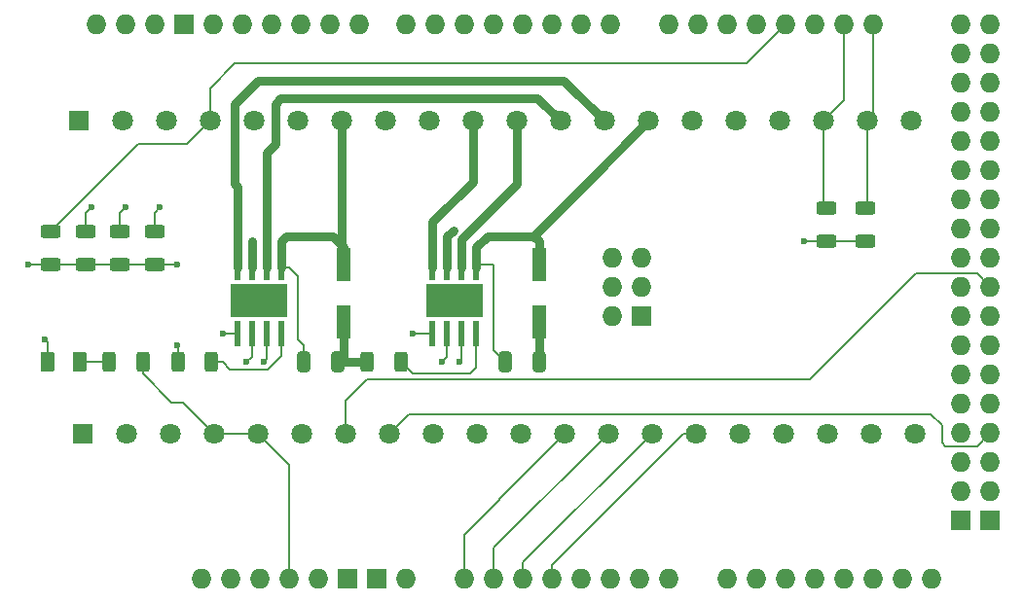
<source format=gbr>
%TF.GenerationSoftware,KiCad,Pcbnew,9.0.2*%
%TF.CreationDate,2025-06-29T11:55:11-05:00*%
%TF.ProjectId,k3ng-Rotator-v2,6b336e67-2d52-46f7-9461-746f722d7632,rev?*%
%TF.SameCoordinates,Original*%
%TF.FileFunction,Copper,L1,Top*%
%TF.FilePolarity,Positive*%
%FSLAX46Y46*%
G04 Gerber Fmt 4.6, Leading zero omitted, Abs format (unit mm)*
G04 Created by KiCad (PCBNEW 9.0.2) date 2025-06-29 11:55:11*
%MOMM*%
%LPD*%
G01*
G04 APERTURE LIST*
G04 Aperture macros list*
%AMRoundRect*
0 Rectangle with rounded corners*
0 $1 Rounding radius*
0 $2 $3 $4 $5 $6 $7 $8 $9 X,Y pos of 4 corners*
0 Add a 4 corners polygon primitive as box body*
4,1,4,$2,$3,$4,$5,$6,$7,$8,$9,$2,$3,0*
0 Add four circle primitives for the rounded corners*
1,1,$1+$1,$2,$3*
1,1,$1+$1,$4,$5*
1,1,$1+$1,$6,$7*
1,1,$1+$1,$8,$9*
0 Add four rect primitives between the rounded corners*
20,1,$1+$1,$2,$3,$4,$5,0*
20,1,$1+$1,$4,$5,$6,$7,0*
20,1,$1+$1,$6,$7,$8,$9,0*
20,1,$1+$1,$8,$9,$2,$3,0*%
G04 Aperture macros list end*
%TA.AperFunction,ComponentPad*%
%ADD10R,1.800000X1.800000*%
%TD*%
%TA.AperFunction,ComponentPad*%
%ADD11C,1.800000*%
%TD*%
%TA.AperFunction,SMDPad,CuDef*%
%ADD12RoundRect,0.250000X0.312500X0.625000X-0.312500X0.625000X-0.312500X-0.625000X0.312500X-0.625000X0*%
%TD*%
%TA.AperFunction,SMDPad,CuDef*%
%ADD13RoundRect,0.250000X-0.625000X0.312500X-0.625000X-0.312500X0.625000X-0.312500X0.625000X0.312500X0*%
%TD*%
%TA.AperFunction,SMDPad,CuDef*%
%ADD14RoundRect,0.250000X0.625000X-0.312500X0.625000X0.312500X-0.625000X0.312500X-0.625000X-0.312500X0*%
%TD*%
%TA.AperFunction,SMDPad,CuDef*%
%ADD15RoundRect,0.250000X-0.325000X-0.650000X0.325000X-0.650000X0.325000X0.650000X-0.325000X0.650000X0*%
%TD*%
%TA.AperFunction,SMDPad,CuDef*%
%ADD16RoundRect,0.250000X-0.375000X-0.625000X0.375000X-0.625000X0.375000X0.625000X-0.375000X0.625000X0*%
%TD*%
%TA.AperFunction,SMDPad,CuDef*%
%ADD17R,0.500000X2.200000*%
%TD*%
%TA.AperFunction,ComponentPad*%
%ADD18C,0.630000*%
%TD*%
%TA.AperFunction,SMDPad,CuDef*%
%ADD19R,4.900000X2.950000*%
%TD*%
%TA.AperFunction,SMDPad,CuDef*%
%ADD20R,1.168400X2.997200*%
%TD*%
%TA.AperFunction,ComponentPad*%
%ADD21O,1.727200X1.727200*%
%TD*%
%TA.AperFunction,ComponentPad*%
%ADD22R,1.727200X1.727200*%
%TD*%
%TA.AperFunction,ViaPad*%
%ADD23C,0.600000*%
%TD*%
%TA.AperFunction,Conductor*%
%ADD24C,0.200000*%
%TD*%
%TA.AperFunction,Conductor*%
%ADD25C,0.800000*%
%TD*%
G04 APERTURE END LIST*
D10*
%TO.P,J2,01,01*%
%TO.N,GND*%
X100437470Y-67957204D03*
D11*
%TO.P,J2,02,02*%
%TO.N,+5V*%
X104247470Y-67957204D03*
%TO.P,J2,03,03*%
%TO.N,GND*%
X108057470Y-67957204D03*
%TO.P,J2,04,04*%
%TO.N,/AZEnc-A*%
X111867470Y-67957204D03*
%TO.P,J2,05,05*%
%TO.N,/AZEnc-B*%
X115677470Y-67957204D03*
%TO.P,J2,06,06*%
%TO.N,+5V*%
X119487470Y-67957204D03*
%TO.P,J2,07,07*%
%TO.N,+12V*%
X123297470Y-67957204D03*
%TO.P,J2,08,08*%
%TO.N,/ElevEnc-B*%
X127107470Y-67957204D03*
%TO.P,J2,09,09*%
%TO.N,/ElevEnc-A*%
X130917470Y-67957204D03*
%TO.P,J2,10,10*%
%TO.N,/AzM1*%
X134727470Y-67957204D03*
%TO.P,J2,11,11*%
%TO.N,/AzM2*%
X138537470Y-67957204D03*
%TO.P,J2,12,12*%
%TO.N,/ElvM2*%
X142347470Y-67957204D03*
%TO.P,J2,13,13*%
%TO.N,/ElvM1*%
X146157470Y-67957204D03*
%TO.P,J2,14,14*%
%TO.N,+12V*%
X149967470Y-67957204D03*
%TO.P,J2,15,15*%
%TO.N,/D15*%
X153777470Y-67957204D03*
%TO.P,J2,16,16*%
%TO.N,/D16*%
X157587470Y-67957204D03*
%TO.P,J2,17,17*%
%TO.N,/D17*%
X161397470Y-67957204D03*
%TO.P,J2,18,18*%
%TO.N,/SCL*%
X165207470Y-67957204D03*
%TO.P,J2,19,19*%
%TO.N,/SDA*%
X169017470Y-67957204D03*
%TO.P,J2,20,20*%
%TO.N,GND*%
X172827470Y-67957204D03*
%TD*%
D12*
%TO.P,R2,1*%
%TO.N,Net-(U2-ILIM)*%
X111962500Y-89000000D03*
%TO.P,R2,2*%
%TO.N,GND*%
X109037500Y-89000000D03*
%TD*%
D13*
%TO.P,R3,1*%
%TO.N,/SDA*%
X168810000Y-75575000D03*
%TO.P,R3,2*%
%TO.N,+3.3V*%
X168810000Y-78500000D03*
%TD*%
D14*
%TO.P,R6,1*%
%TO.N,+5V*%
X104000000Y-80500000D03*
%TO.P,R6,2*%
%TO.N,/ElevEnc-B*%
X104000000Y-77575000D03*
%TD*%
%TO.P,R7,1*%
%TO.N,+5V*%
X98000000Y-80500000D03*
%TO.P,R7,2*%
%TO.N,/AZEnc-A*%
X98000000Y-77575000D03*
%TD*%
D15*
%TO.P,C3,1*%
%TO.N,+12V*%
X120025000Y-89000000D03*
%TO.P,C3,2*%
%TO.N,GND*%
X122975000Y-89000000D03*
%TD*%
D13*
%TO.P,R4,1*%
%TO.N,/SCL*%
X165500000Y-75575000D03*
%TO.P,R4,2*%
%TO.N,+3.3V*%
X165500000Y-78500000D03*
%TD*%
D16*
%TO.P,D1,1,K*%
%TO.N,GND*%
X97712557Y-88958428D03*
%TO.P,D1,2,A*%
%TO.N,Net-(D1-A)*%
X100512557Y-88958428D03*
%TD*%
D13*
%TO.P,R8,1*%
%TO.N,/AZEnc-B*%
X101000000Y-77575000D03*
%TO.P,R8,2*%
%TO.N,+5V*%
X101000000Y-80500000D03*
%TD*%
%TO.P,R5,1*%
%TO.N,/ElevEnc-A*%
X107000000Y-77575000D03*
%TO.P,R5,2*%
%TO.N,+5V*%
X107000000Y-80500000D03*
%TD*%
D17*
%TO.P,U1,1,GND*%
%TO.N,GND*%
X131190000Y-86500000D03*
%TO.P,U1,2,IN2*%
%TO.N,/AzM1_In*%
X132460000Y-86500000D03*
%TO.P,U1,3,IN1*%
%TO.N,/AzM2_In*%
X133730000Y-86500000D03*
%TO.P,U1,4,ILIM*%
%TO.N,Net-(U1-ILIM)*%
X135000000Y-86500000D03*
%TO.P,U1,5,VM*%
%TO.N,+12V*%
X135000000Y-80750000D03*
%TO.P,U1,6,OUT1*%
%TO.N,/AzM2*%
X133730000Y-80750000D03*
%TO.P,U1,7,GND*%
%TO.N,GND*%
X132460000Y-80750000D03*
%TO.P,U1,8,OUT2*%
%TO.N,/AzM1*%
X131190000Y-80750000D03*
D18*
%TO.P,U1,9,GND*%
%TO.N,GND*%
X131795000Y-84275000D03*
X133095000Y-84275000D03*
X134395000Y-84275000D03*
D19*
X133095000Y-83625000D03*
D18*
X131795000Y-82975000D03*
X133095000Y-82975000D03*
X134395000Y-82975000D03*
%TD*%
D12*
%TO.P,R1,1*%
%TO.N,Net-(U1-ILIM)*%
X128462500Y-89000000D03*
%TO.P,R1,2*%
%TO.N,GND*%
X125537500Y-89000000D03*
%TD*%
%TO.P,R9,1*%
%TO.N,+3.3V*%
X106000000Y-89000000D03*
%TO.P,R9,2*%
%TO.N,Net-(D1-A)*%
X103075000Y-89000000D03*
%TD*%
D17*
%TO.P,U2,1,GND*%
%TO.N,GND*%
X114219367Y-86500000D03*
%TO.P,U2,2,IN2*%
%TO.N,/ElvM1_In*%
X115489367Y-86500000D03*
%TO.P,U2,3,IN1*%
%TO.N,/ElvM2_In*%
X116759367Y-86500000D03*
%TO.P,U2,4,ILIM*%
%TO.N,Net-(U2-ILIM)*%
X118029367Y-86500000D03*
%TO.P,U2,5,VM*%
%TO.N,+12V*%
X118029367Y-80750000D03*
%TO.P,U2,6,OUT1*%
%TO.N,/ElvM2*%
X116759367Y-80750000D03*
%TO.P,U2,7,GND*%
%TO.N,GND*%
X115489367Y-80750000D03*
%TO.P,U2,8,OUT2*%
%TO.N,/ElvM1*%
X114219367Y-80750000D03*
D18*
%TO.P,U2,9,GND*%
%TO.N,GND*%
X114824367Y-84275000D03*
X116124367Y-84275000D03*
X117424367Y-84275000D03*
D19*
X116124367Y-83625000D03*
D18*
X114824367Y-82975000D03*
X116124367Y-82975000D03*
X117424367Y-82975000D03*
%TD*%
D20*
%TO.P,C2,1*%
%TO.N,+12V*%
X123500000Y-80485400D03*
%TO.P,C2,2*%
%TO.N,GND*%
X123500000Y-85514600D03*
%TD*%
D21*
%TO.P,A1,VIN,VIN*%
%TO.N,+12V*%
X128911500Y-107844237D03*
%TO.P,A1,SDA,SDA*%
%TO.N,unconnected-(A1-PadSDA)*%
X104527500Y-59584237D03*
%TO.P,A1,SCL,SCL*%
%TO.N,unconnected-(A1-PadSCL)*%
X101987500Y-59584237D03*
%TO.P,A1,SCK,SPI_SCK*%
%TO.N,unconnected-(A1-SPI_SCK-PadSCK)*%
X146818500Y-82444237D03*
%TO.P,A1,RST2,SPI_RESET*%
%TO.N,unconnected-(A1-SPI_RESET-PadRST2)*%
X146818500Y-84984237D03*
%TO.P,A1,RST1,RESET*%
%TO.N,unconnected-(A1-RESET-PadRST1)*%
X116211500Y-107844237D03*
%TO.P,A1,MOSI,SPI_MOSI*%
%TO.N,unconnected-(A1-SPI_MOSI-PadMOSI)*%
X149358500Y-82444237D03*
%TO.P,A1,MISO,SPI_MISO*%
%TO.N,unconnected-(A1-SPI_MISO-PadMISO)*%
X146818500Y-79904237D03*
%TO.P,A1,IORF,IOREF*%
%TO.N,unconnected-(A1-IOREF-PadIORF)*%
X113671500Y-107844237D03*
D22*
%TO.P,A1,GND6,GND*%
%TO.N,GND*%
X179711500Y-102764237D03*
%TO.P,A1,GND5,GND*%
X177171500Y-102764237D03*
%TO.P,A1,GND4,SPI_GND*%
%TO.N,unconnected-(A1-SPI_GND-PadGND4)*%
X149358500Y-84984237D03*
%TO.P,A1,GND3,GND*%
%TO.N,GND*%
X126371500Y-107844237D03*
%TO.P,A1,GND2,GND*%
X123831500Y-107844237D03*
%TO.P,A1,GND1,GND*%
X109607500Y-59584237D03*
D21*
%TO.P,A1,D53,D53_CS*%
%TO.N,unconnected-(A1-D53_CS-PadD53)*%
X179711500Y-100224237D03*
%TO.P,A1,D52,D52_SCK*%
%TO.N,unconnected-(A1-D52_SCK-PadD52)*%
X177171500Y-100224237D03*
%TO.P,A1,D51,D51_MOSI*%
%TO.N,unconnected-(A1-D51_MOSI-PadD51)*%
X179711500Y-97684237D03*
%TO.P,A1,D50,D50_MISO*%
%TO.N,unconnected-(A1-D50_MISO-PadD50)*%
X177171500Y-97684237D03*
%TO.P,A1,D49,D49*%
%TO.N,/LCD-D7*%
X179711500Y-95144237D03*
%TO.P,A1,D48,D48*%
%TO.N,unconnected-(A1-PadD48)*%
X177171500Y-95144237D03*
%TO.P,A1,D47,D47*%
%TO.N,/LCD-D6*%
X179711500Y-92604237D03*
%TO.P,A1,D46,D46*%
%TO.N,unconnected-(A1-PadD46)*%
X177171500Y-92604237D03*
%TO.P,A1,D45,D45*%
%TO.N,/LCD-D5*%
X179711500Y-90064237D03*
%TO.P,A1,D44,D44*%
%TO.N,unconnected-(A1-PadD44)*%
X177171500Y-90064237D03*
%TO.P,A1,D43,D43*%
%TO.N,/LCD-D4*%
X179711500Y-87524237D03*
%TO.P,A1,D42,D42*%
%TO.N,unconnected-(A1-PadD42)*%
X177171500Y-87524237D03*
%TO.P,A1,D41,D41*%
%TO.N,/LCD-RST*%
X179711500Y-84984237D03*
%TO.P,A1,D40,D40*%
%TO.N,unconnected-(A1-PadD40)*%
X177171500Y-84984237D03*
%TO.P,A1,D39,D39*%
%TO.N,/LCD-E*%
X179711500Y-82444237D03*
%TO.P,A1,D38,D38*%
%TO.N,unconnected-(A1-PadD38)*%
X177171500Y-82444237D03*
%TO.P,A1,D37,D37*%
%TO.N,unconnected-(A1-PadD37)*%
X179711500Y-79904237D03*
%TO.P,A1,D36,D36*%
%TO.N,unconnected-(A1-PadD36)*%
X177171500Y-79904237D03*
%TO.P,A1,D35,D35*%
%TO.N,unconnected-(A1-PadD35)*%
X179711500Y-77364237D03*
%TO.P,A1,D34,D34*%
%TO.N,unconnected-(A1-PadD34)*%
X177171500Y-77364237D03*
%TO.P,A1,D33,D33*%
%TO.N,unconnected-(A1-PadD33)*%
X179711500Y-74824237D03*
%TO.P,A1,D32,D32*%
%TO.N,unconnected-(A1-PadD32)*%
X177171500Y-74824237D03*
%TO.P,A1,D31,D31*%
%TO.N,unconnected-(A1-PadD31)*%
X179711500Y-72284237D03*
%TO.P,A1,D30,D30*%
%TO.N,unconnected-(A1-PadD30)*%
X177171500Y-72284237D03*
%TO.P,A1,D29,D29*%
%TO.N,unconnected-(A1-PadD29)*%
X179711500Y-69744237D03*
%TO.P,A1,D28,D28*%
%TO.N,unconnected-(A1-PadD28)*%
X177171500Y-69744237D03*
%TO.P,A1,D27,D27*%
%TO.N,unconnected-(A1-PadD27)*%
X179711500Y-67204237D03*
%TO.P,A1,D26,D26*%
%TO.N,unconnected-(A1-PadD26)*%
X177171500Y-67204237D03*
%TO.P,A1,D25,D25*%
%TO.N,unconnected-(A1-PadD25)*%
X179711500Y-64664237D03*
%TO.P,A1,D24,D24*%
%TO.N,unconnected-(A1-PadD24)*%
X177171500Y-64664237D03*
%TO.P,A1,D23,D23*%
%TO.N,unconnected-(A1-PadD23)*%
X179711500Y-62124237D03*
%TO.P,A1,D22,D22*%
%TO.N,unconnected-(A1-PadD22)*%
X177171500Y-62124237D03*
%TO.P,A1,D21,D21/SCL*%
%TO.N,/SDA*%
X169551500Y-59584237D03*
%TO.P,A1,D20,D20/SDA*%
%TO.N,/SCL*%
X167011500Y-59584237D03*
%TO.P,A1,D19,D19/RX1*%
%TO.N,/AZEnc-B*%
X164471500Y-59584237D03*
%TO.P,A1,D18,D18/TX1*%
%TO.N,/AZEnc-A*%
X161931500Y-59584237D03*
%TO.P,A1,D17,D17/RX2*%
%TO.N,/D17*%
X159391500Y-59584237D03*
%TO.P,A1,D16,D16/TX2*%
%TO.N,/D16*%
X156851500Y-59584237D03*
%TO.P,A1,D15,D15/RX3*%
%TO.N,/D15*%
X154311500Y-59584237D03*
%TO.P,A1,D14,D14/TX3*%
%TO.N,unconnected-(A1-D14{slash}TX3-PadD14)*%
X151771500Y-59584237D03*
%TO.P,A1,D13,D13*%
%TO.N,unconnected-(A1-PadD13)*%
X112147500Y-59584237D03*
%TO.P,A1,D12,D12*%
%TO.N,unconnected-(A1-PadD12)*%
X114687500Y-59584237D03*
%TO.P,A1,D11,D11*%
%TO.N,unconnected-(A1-PadD11)*%
X117227500Y-59584237D03*
%TO.P,A1,D10,D10*%
%TO.N,unconnected-(A1-PadD10)*%
X119767500Y-59584237D03*
%TO.P,A1,D9,D9*%
%TO.N,/ElvM1_In*%
X122307500Y-59584237D03*
%TO.P,A1,D8,D8*%
%TO.N,/ElvM2_In*%
X124847500Y-59584237D03*
%TO.P,A1,D7,D7*%
%TO.N,/AzM1_In*%
X128911500Y-59584237D03*
%TO.P,A1,D6,D6*%
%TO.N,/AzM2_In*%
X131451500Y-59584237D03*
%TO.P,A1,D5,D5*%
%TO.N,unconnected-(A1-PadD5)*%
X133991500Y-59584237D03*
%TO.P,A1,D4,D4*%
%TO.N,unconnected-(A1-PadD4)*%
X136531500Y-59584237D03*
%TO.P,A1,D3,D3_INT1*%
%TO.N,/ElevEnc-B*%
X139071500Y-59584237D03*
%TO.P,A1,D2,D2_INT0*%
%TO.N,/ElevEnc-A*%
X141611500Y-59584237D03*
%TO.P,A1,D1,D1/TX0*%
%TO.N,/Serial_TX*%
X144151500Y-59584237D03*
%TO.P,A1,D0,D0/RX0*%
%TO.N,/Serial_RX*%
X146691500Y-59584237D03*
%TO.P,A1,AREF,AREF*%
%TO.N,unconnected-(A1-PadAREF)*%
X107067500Y-59584237D03*
%TO.P,A1,A15,A15*%
%TO.N,unconnected-(A1-PadA15)*%
X174631500Y-107844237D03*
%TO.P,A1,A14,A14*%
%TO.N,unconnected-(A1-PadA14)*%
X172091500Y-107844237D03*
%TO.P,A1,A13,A13*%
%TO.N,unconnected-(A1-PadA13)*%
X169551500Y-107844237D03*
%TO.P,A1,A12,A12*%
%TO.N,unconnected-(A1-PadA12)*%
X167011500Y-107844237D03*
%TO.P,A1,A11,A11*%
%TO.N,unconnected-(A1-PadA11)*%
X164471500Y-107844237D03*
%TO.P,A1,A10,A10*%
%TO.N,unconnected-(A1-PadA10)*%
X161931500Y-107844237D03*
%TO.P,A1,A9,A9*%
%TO.N,unconnected-(A1-PadA9)*%
X159391500Y-107844237D03*
%TO.P,A1,A8,A8*%
%TO.N,unconnected-(A1-PadA8)*%
X156851500Y-107844237D03*
%TO.P,A1,A7,A7*%
%TO.N,unconnected-(A1-PadA7)*%
X151771500Y-107844237D03*
%TO.P,A1,A6,A6*%
%TO.N,unconnected-(A1-PadA6)*%
X149231500Y-107844237D03*
%TO.P,A1,A5,A5*%
%TO.N,unconnected-(A1-PadA5)*%
X146691500Y-107844237D03*
%TO.P,A1,A4,A4*%
%TO.N,unconnected-(A1-PadA4)*%
X144151500Y-107844237D03*
%TO.P,A1,A3,A3*%
%TO.N,/SW-DWN*%
X141611500Y-107844237D03*
%TO.P,A1,A2,A2*%
%TO.N,/SW-UP*%
X139071500Y-107844237D03*
%TO.P,A1,A1,A1*%
%TO.N,/SW-CCW*%
X136531500Y-107844237D03*
%TO.P,A1,A0,A0*%
%TO.N,/SW-CW*%
X133991500Y-107844237D03*
%TO.P,A1,5V4,5V*%
%TO.N,+5V*%
X179711500Y-59584237D03*
%TO.P,A1,5V3,5V*%
X177171500Y-59584237D03*
%TO.P,A1,5V2,SPI_5V*%
%TO.N,unconnected-(A1-SPI_5V-Pad5V2)*%
X149358500Y-79904237D03*
%TO.P,A1,5V1,5V*%
%TO.N,+5V*%
X121291500Y-107844237D03*
%TO.P,A1,3V3,3.3V*%
%TO.N,+3.3V*%
X118751500Y-107844237D03*
%TO.P,A1,*%
%TO.N,*%
X111131500Y-107844237D03*
%TD*%
D15*
%TO.P,C1,1*%
%TO.N,+12V*%
X137525000Y-89000000D03*
%TO.P,C1,2*%
%TO.N,GND*%
X140475000Y-89000000D03*
%TD*%
D10*
%TO.P,J1,01,01*%
%TO.N,+5V*%
X100770148Y-95196454D03*
D11*
%TO.P,J1,02,02*%
X104580148Y-95196454D03*
%TO.P,J1,03,03*%
X108390148Y-95196454D03*
%TO.P,J1,04,04*%
%TO.N,+3.3V*%
X112200148Y-95196454D03*
%TO.P,J1,05,05*%
X116010148Y-95196454D03*
%TO.P,J1,06,06*%
%TO.N,/LCD-RST*%
X119820148Y-95196454D03*
%TO.P,J1,07,07*%
%TO.N,/LCD-E*%
X123630148Y-95196454D03*
%TO.P,J1,08,08*%
%TO.N,/LCD-D7*%
X127440148Y-95196454D03*
%TO.P,J1,09,09*%
%TO.N,/LCD-D6*%
X131250148Y-95196454D03*
%TO.P,J1,10,10*%
%TO.N,/LCD-D5*%
X135060148Y-95196454D03*
%TO.P,J1,11,11*%
%TO.N,/LCD-D4*%
X138870148Y-95196454D03*
%TO.P,J1,12,12*%
%TO.N,/SW-CW*%
X142680148Y-95196454D03*
%TO.P,J1,13,13*%
%TO.N,/SW-CCW*%
X146490148Y-95196454D03*
%TO.P,J1,14,14*%
%TO.N,/SW-UP*%
X150300148Y-95196454D03*
%TO.P,J1,15,15*%
%TO.N,/SW-DWN*%
X154110148Y-95196454D03*
%TO.P,J1,16,16*%
%TO.N,/Serial_TX*%
X157920148Y-95196454D03*
%TO.P,J1,17,17*%
%TO.N,/Serial_RX*%
X161730148Y-95196454D03*
%TO.P,J1,18,18*%
%TO.N,GND*%
X165540148Y-95196454D03*
%TO.P,J1,19,19*%
X169350148Y-95196454D03*
%TO.P,J1,20,20*%
X173160148Y-95196454D03*
%TD*%
D20*
%TO.P,C5,1*%
%TO.N,+12V*%
X140440768Y-80499073D03*
%TO.P,C5,2*%
%TO.N,GND*%
X140440768Y-85528273D03*
%TD*%
D23*
%TO.N,GND*%
X133011000Y-77500000D03*
X123500000Y-87500000D03*
X115500000Y-78500000D03*
X97500000Y-87000000D03*
X129500000Y-86500000D03*
X124500000Y-89000000D03*
X109000000Y-87500000D03*
X140440768Y-87500000D03*
X113000000Y-86500000D03*
%TO.N,+5V*%
X96000000Y-80500000D03*
X109000000Y-80500000D03*
%TO.N,/AzM2_In*%
X133500000Y-89000000D03*
%TO.N,/ElevEnc-B*%
X104500000Y-75500000D03*
%TO.N,/ElvM2_In*%
X116500000Y-89000000D03*
%TO.N,/AZEnc-B*%
X101500000Y-75500000D03*
%TO.N,+3.3V*%
X163500000Y-78500000D03*
%TO.N,/ElevEnc-A*%
X107500000Y-75500000D03*
%TO.N,/AzM1_In*%
X132000000Y-89000000D03*
%TO.N,/ElvM1_In*%
X115000000Y-89000000D03*
%TD*%
D24*
%TO.N,GND*%
X114219367Y-86500000D02*
X113000000Y-86500000D01*
X109037500Y-89000000D02*
X109037500Y-87537500D01*
X97712557Y-87212557D02*
X97500000Y-87000000D01*
D25*
X115489367Y-80750000D02*
X115489367Y-78510633D01*
X140440768Y-85528273D02*
X140440768Y-87500000D01*
X123500000Y-85514600D02*
X123500000Y-87500000D01*
D24*
X131190000Y-86500000D02*
X129500000Y-86500000D01*
X97712557Y-88958428D02*
X97712557Y-87212557D01*
D25*
X132460000Y-80750000D02*
X132460000Y-78051000D01*
X124500000Y-89000000D02*
X125537500Y-89000000D01*
X140440768Y-88965768D02*
X140475000Y-89000000D01*
X123500000Y-87500000D02*
X123500000Y-88475000D01*
X123500000Y-88475000D02*
X122975000Y-89000000D01*
D24*
X109037500Y-87537500D02*
X109000000Y-87500000D01*
D25*
X140440768Y-87500000D02*
X140440768Y-88965768D01*
X132460000Y-78051000D02*
X133011000Y-77500000D01*
X122975000Y-89000000D02*
X124500000Y-89000000D01*
X115489367Y-78510633D02*
X115500000Y-78500000D01*
D24*
%TO.N,+5V*%
X98000000Y-80500000D02*
X107000000Y-80500000D01*
X109000000Y-80500000D02*
X107000000Y-80500000D01*
X96000000Y-80500000D02*
X98000000Y-80500000D01*
%TO.N,/SW-DWN*%
X153037969Y-95196454D02*
X154110148Y-95196454D01*
X141611500Y-107844237D02*
X141611500Y-106622923D01*
X141611500Y-106622923D02*
X153037969Y-95196454D01*
%TO.N,/AzM2_In*%
X133730000Y-86500000D02*
X133730000Y-88770000D01*
X133730000Y-86500000D02*
X133730000Y-87270000D01*
X133730000Y-88770000D02*
X133500000Y-89000000D01*
%TO.N,/SW-UP*%
X139071500Y-106425102D02*
X150300148Y-95196454D01*
X139071500Y-107844237D02*
X139071500Y-106425102D01*
%TO.N,/SW-CCW*%
X136531500Y-107844237D02*
X136531500Y-105155102D01*
X136531500Y-105155102D02*
X146490148Y-95196454D01*
%TO.N,/ElevEnc-B*%
X104000000Y-77575000D02*
X104000000Y-76000000D01*
X104000000Y-76000000D02*
X104500000Y-75500000D01*
%TO.N,/ElvM2_In*%
X116759367Y-86500000D02*
X116759367Y-88740633D01*
X116759367Y-88740633D02*
X116500000Y-89000000D01*
%TO.N,/LCD-E*%
X123630148Y-95196454D02*
X123630148Y-92369852D01*
X164000000Y-90500000D02*
X173220363Y-81279637D01*
X123630148Y-92369852D02*
X125500000Y-90500000D01*
X178546900Y-81279637D02*
X179711500Y-82444237D01*
X125500000Y-90500000D02*
X164000000Y-90500000D01*
X173220363Y-81279637D02*
X178546900Y-81279637D01*
%TO.N,/AZEnc-B*%
X101000000Y-77575000D02*
X101000000Y-76000000D01*
X101000000Y-76000000D02*
X101500000Y-75500000D01*
%TO.N,+3.3V*%
X165500000Y-78500000D02*
X163500000Y-78500000D01*
X106000000Y-90000000D02*
X106000000Y-89000000D01*
X108500000Y-92500000D02*
X106000000Y-90000000D01*
X112200148Y-95196454D02*
X116010148Y-95196454D01*
X118751500Y-107844237D02*
X118751500Y-97937806D01*
X109503694Y-92500000D02*
X108500000Y-92500000D01*
X118751500Y-97937806D02*
X116010148Y-95196454D01*
X112200148Y-95196454D02*
X109503694Y-92500000D01*
X165500000Y-78500000D02*
X168810000Y-78500000D01*
%TO.N,/Serial_TX*%
X158500000Y-95776306D02*
X157920148Y-95196454D01*
X157920148Y-95196454D02*
X157920148Y-95920148D01*
%TO.N,/ElevEnc-A*%
X107000000Y-76000000D02*
X107500000Y-75500000D01*
X107000000Y-77575000D02*
X107000000Y-76000000D01*
%TO.N,/AzM1_In*%
X132460000Y-86500000D02*
X132460000Y-88540000D01*
X132460000Y-88540000D02*
X132000000Y-89000000D01*
%TO.N,/SDA*%
X169000000Y-75385000D02*
X168810000Y-75575000D01*
X169551500Y-59584237D02*
X169551500Y-67448500D01*
X169551500Y-67448500D02*
X169000000Y-68000000D01*
X169000000Y-68000000D02*
X169000000Y-75385000D01*
%TO.N,/LCD-D7*%
X175500000Y-94500000D02*
X175500000Y-96000000D01*
X178546900Y-96308837D02*
X179711500Y-95144237D01*
X174500000Y-93500000D02*
X175500000Y-94500000D01*
X175808837Y-96308837D02*
X178546900Y-96308837D01*
X127440148Y-95196454D02*
X129136602Y-93500000D01*
X175500000Y-96000000D02*
X175808837Y-96308837D01*
X129136602Y-93500000D02*
X174500000Y-93500000D01*
%TO.N,/ElvM1_In*%
X115489367Y-88510633D02*
X115000000Y-89000000D01*
X115489367Y-86500000D02*
X115489367Y-88510633D01*
%TO.N,+12V*%
X120025000Y-87525000D02*
X119500000Y-87000000D01*
D25*
X136000000Y-78000000D02*
X140000000Y-78000000D01*
X144000000Y-74000000D02*
X140000000Y-78000000D01*
X140440768Y-78440768D02*
X140440768Y-80499073D01*
X135000000Y-80750000D02*
X135000000Y-79000000D01*
D24*
X118750000Y-80750000D02*
X118029367Y-80750000D01*
D25*
X118500000Y-78000000D02*
X122500000Y-78000000D01*
X123280000Y-68000000D02*
X123280000Y-80265400D01*
X118029367Y-80750000D02*
X118029367Y-78470633D01*
D24*
X120025000Y-89000000D02*
X120025000Y-87525000D01*
D25*
X135000000Y-79000000D02*
X136000000Y-78000000D01*
X123500000Y-80485400D02*
X123500000Y-79000000D01*
D24*
X137525000Y-89000000D02*
X136500000Y-87975000D01*
D25*
X144000000Y-73950000D02*
X144000000Y-74000000D01*
X140000000Y-78000000D02*
X140440768Y-78440768D01*
D24*
X136500000Y-87975000D02*
X136500000Y-80500000D01*
D25*
X123500000Y-79000000D02*
X122500000Y-78000000D01*
X149950000Y-68000000D02*
X144000000Y-73950000D01*
D24*
X135250000Y-80500000D02*
X135000000Y-80750000D01*
D25*
X123280000Y-80265400D02*
X123500000Y-80485400D01*
X118029367Y-78470633D02*
X118500000Y-78000000D01*
D24*
X136500000Y-80500000D02*
X135250000Y-80500000D01*
X119500000Y-87000000D02*
X119500000Y-81500000D01*
X119500000Y-81500000D02*
X118750000Y-80750000D01*
%TO.N,/AZEnc-A*%
X109850000Y-70000000D02*
X111850000Y-68000000D01*
X98000000Y-77575000D02*
X105575000Y-70000000D01*
X111850000Y-65150000D02*
X114000000Y-63000000D01*
X105575000Y-70000000D02*
X109850000Y-70000000D01*
X158515737Y-63000000D02*
X161931500Y-59584237D01*
X111850000Y-68000000D02*
X111850000Y-65150000D01*
X114000000Y-63000000D02*
X158515737Y-63000000D01*
%TO.N,/SCL*%
X165190000Y-68000000D02*
X165190000Y-75265000D01*
X167011500Y-59584237D02*
X167011500Y-66178500D01*
X167011500Y-66178500D02*
X165190000Y-68000000D01*
X165190000Y-75265000D02*
X165500000Y-75575000D01*
%TO.N,/SW-CW*%
X137000000Y-101000000D02*
X137000000Y-100876602D01*
X137000000Y-100876602D02*
X142680148Y-95196454D01*
X133991500Y-107844237D02*
X133991500Y-104008500D01*
X133991500Y-104008500D02*
X137000000Y-101000000D01*
%TO.N,Net-(D1-A)*%
X103075000Y-89000000D02*
X100554129Y-89000000D01*
X100554129Y-89000000D02*
X100512557Y-88958428D01*
D25*
%TO.N,/ElvM1*%
X114000000Y-66500000D02*
X114000000Y-73500000D01*
X114000000Y-73500000D02*
X114219367Y-73719367D01*
X114219367Y-73719367D02*
X114219367Y-80750000D01*
X146140000Y-68000000D02*
X142640000Y-64500000D01*
X116000000Y-64500000D02*
X114000000Y-66500000D01*
X142640000Y-64500000D02*
X116000000Y-64500000D01*
%TO.N,/AzM1*%
X131190000Y-80750000D02*
X131190000Y-76810000D01*
X131190000Y-76810000D02*
X134710000Y-73290000D01*
X134710000Y-73290000D02*
X134710000Y-68000000D01*
%TO.N,/AzM2*%
X138520000Y-73480000D02*
X138520000Y-68000000D01*
X133730000Y-78270000D02*
X138520000Y-73480000D01*
X133730000Y-80750000D02*
X133730000Y-78270000D01*
%TO.N,/ElvM2*%
X140330000Y-66000000D02*
X142330000Y-68000000D01*
X116759367Y-70740633D02*
X117500000Y-70000000D01*
X116759367Y-80750000D02*
X116759367Y-70740633D01*
X117500000Y-70000000D02*
X117500000Y-66500000D01*
X117500000Y-66500000D02*
X118000000Y-66000000D01*
X118000000Y-66000000D02*
X140330000Y-66000000D01*
D24*
%TO.N,Net-(U1-ILIM)*%
X135000000Y-89500000D02*
X135000000Y-86500000D01*
X129462500Y-90000000D02*
X134500000Y-90000000D01*
X128462500Y-89000000D02*
X129462500Y-90000000D01*
X134500000Y-90000000D02*
X135000000Y-89500000D01*
%TO.N,Net-(U2-ILIM)*%
X111962500Y-89000000D02*
X113000000Y-89000000D01*
X113601000Y-89601000D02*
X116899000Y-89601000D01*
X113000000Y-89000000D02*
X113601000Y-89601000D01*
X116899000Y-89601000D02*
X118029367Y-88470633D01*
X118029367Y-88470633D02*
X118029367Y-86500000D01*
%TD*%
M02*

</source>
